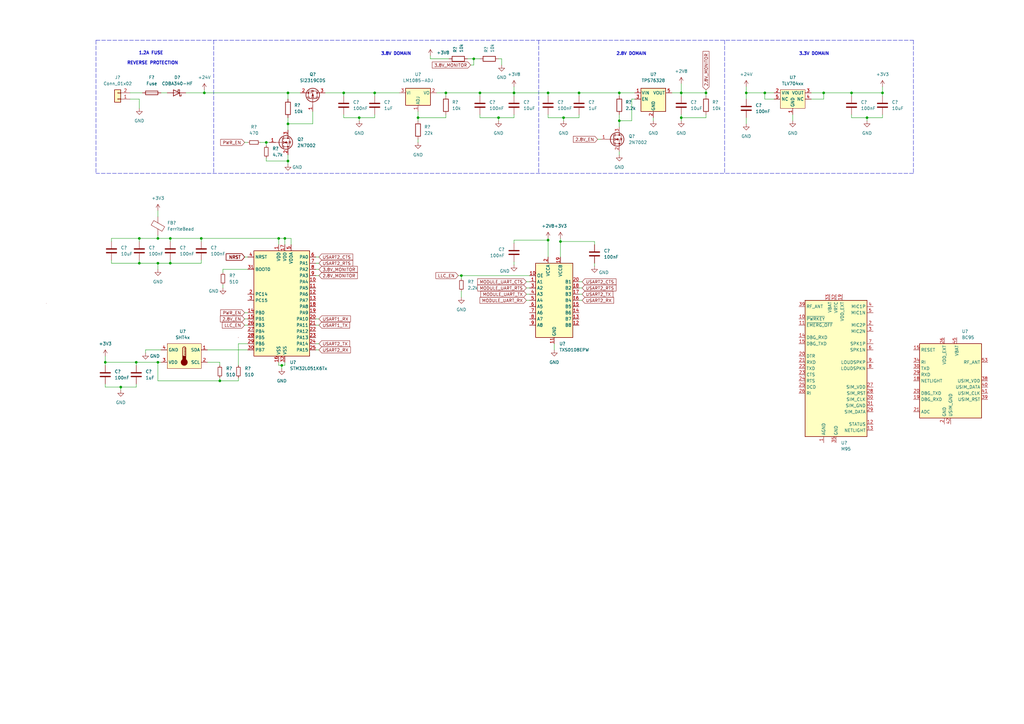
<source format=kicad_sch>
(kicad_sch (version 20211123) (generator eeschema)
  (paper "A3")
  (title_block (title "BC95_NB-IOT_MODULE") (date "2022-05-13") (rev "v1.0") (company "HASAN YUCEL COGAL"))
  (lib_symbols
    (symbol "Connector_Generic:Conn_01x02" (pin_names (offset 1.016) hide)
      (property "Reference" "J" (at 0 2.54 0))
      (property "Value" "Conn_01x02" (at 0 -5.08 0))
      (symbol "Conn_01x02_1_1"
        (pin passive line (at -5.08 0 0) (length 3.81) (name "Pin_1") (number "1"))
        (pin passive line (at -5.08 -2.54 0) (length 3.81) (name "Pin_2") (number "2"))
      )
    )
    (symbol "Device:C" (pin_numbers hide) (pin_names (offset 0.254))
      (property "Reference" "C" (at 0.635 2.54 0))
      (property "Value" "C" (at 0.635 -2.54 0))
      (symbol "C_1_1"
        (pin passive line (at 0 3.81 270) (length 2.794) (name "~") (number "1"))
        (pin passive line (at 0 -3.81 90) (length 2.794) (name "~") (number "2"))
      )
    )
    (symbol "Device:FerriteBead" (pin_numbers hide) (pin_names (offset 0))
      (property "Reference" "FB" (at -3.81 0.635 90))
      (property "Value" "FerriteBead" (at 3.81 0 90))
      (symbol "FerriteBead_1_1"
        (pin passive line (at 0 3.81 270) (length 2.54) (name "~") (number "1"))
        (pin passive line (at 0 -3.81 90) (length 2.54) (name "~") (number "2"))
      )
    )
    (symbol "Device:Fuse" (pin_numbers hide) (pin_names (offset 0))
      (property "Reference" "F" (at 2.032 0 90))
      (property "Value" "Fuse" (at -1.905 0 90))
      (symbol "Fuse_1_1"
        (pin passive line (at 0 3.81 270) (length 1.27) (name "~") (number "1"))
        (pin passive line (at 0 -3.81 90) (length 1.27) (name "~") (number "2"))
      )
    )
    (symbol "Device:R" (pin_numbers hide) (pin_names (offset 0))
      (property "Reference" "R" (at 2.032 0 90))
      (property "Value" "R" (at 0 0 90))
      (symbol "R_1_1"
        (pin passive line (at 0 3.81 270) (length 1.27) (name "~") (number "1"))
        (pin passive line (at 0 -3.81 90) (length 1.27) (name "~") (number "2"))
      )
    )
    (symbol "Device:R_Small" (pin_numbers hide) (pin_names (offset 0.254) hide)
      (property "Reference" "R" (at 0.762 0.508 0))
      (property "Value" "R_Small" (at 0.762 -1.016 0))
      (symbol "R_Small_1_1"
        (pin passive line (at 0 2.54 270) (length 0.762) (name "~") (number "1"))
        (pin passive line (at 0 -2.54 90) (length 0.762) (name "~") (number "2"))
      )
    )
    (symbol "Diode:CDBA340-HF" (pin_numbers hide) (pin_names hide)
      (property "Reference" "D" (at 0 2.54 0))
      (property "Value" "CDBA340-HF" (at 0 -2.54 0))
      (symbol "CDBA340-HF_1_1"
        (pin passive line (at -3.81 0 0) (length 2.54) (name "K") (number "1"))
        (pin passive line (at 3.81 0 180) (length 2.54) (name "A") (number "2"))
      )
    )
    (symbol "Logic_LevelTranslator:TXS0108EPW"
      (property "Reference" "U" (at -6.35 16.51 0))
      (property "Value" "TXS0108EPW" (at 3.81 16.51 0))
      (symbol "TXS0108EPW_1_1"
        (pin bidirectional line (at -10.16 7.62 0) (length 2.54) (name "A1") (number "1"))
        (pin input line (at -10.16 10.16 0) (length 2.54) (name "OE") (number "10"))
        (pin power_in line (at 0 -17.78 90) (length 2.54) (name "GND") (number "11"))
        (pin bidirectional line (at 10.16 -10.16 180) (length 2.54) (name "B8") (number "12"))
        (pin bidirectional line (at 10.16 -7.62 180) (length 2.54) (name "B7") (number "13"))
        (pin bidirectional line (at 10.16 -5.08 180) (length 2.54) (name "B6") (number "14"))
        (pin bidirectional line (at 10.16 -2.54 180) (length 2.54) (name "B5") (number "15"))
        (pin bidirectional line (at 10.16 0 180) (length 2.54) (name "B4") (number "16"))
        (pin bidirectional line (at 10.16 2.54 180) (length 2.54) (name "B3") (number "17"))
        (pin bidirectional line (at 10.16 5.08 180) (length 2.54) (name "B2") (number "18"))
        (pin power_in line (at 2.54 17.78 270) (length 2.54) (name "VCCB") (number "19"))
        (pin power_in line (at -2.54 17.78 270) (length 2.54) (name "VCCA") (number "2"))
        (pin bidirectional line (at 10.16 7.62 180) (length 2.54) (name "B1") (number "20"))
        (pin bidirectional line (at -10.16 5.08 0) (length 2.54) (name "A2") (number "3"))
        (pin bidirectional line (at -10.16 2.54 0) (length 2.54) (name "A3") (number "4"))
        (pin bidirectional line (at -10.16 0 0) (length 2.54) (name "A4") (number "5"))
        (pin bidirectional line (at -10.16 -2.54 0) (length 2.54) (name "A5") (number "6"))
        (pin bidirectional line (at -10.16 -5.08 0) (length 2.54) (name "A6") (number "7"))
        (pin bidirectional line (at -10.16 -7.62 0) (length 2.54) (name "A7") (number "8"))
        (pin bidirectional line (at -10.16 -10.16 0) (length 2.54) (name "A8") (number "9"))
      )
    )
    (symbol "MCU_ST_STM32L0:STM32L051K6Tx"
      (property "Reference" "U" (at -12.7 21.59 0))
      (property "Value" "STM32L051K6Tx" (at 5.08 21.59 0))
      (symbol "STM32L051K6Tx_1_1"
        (pin power_in line (at -2.54 22.86 270) (length 2.54) (name "VDD") (number "1"))
        (pin bidirectional line (at 12.7 7.62 180) (length 2.54) (name "PA4") (number "10"))
        (pin bidirectional line (at 12.7 5.08 180) (length 2.54) (name "PA5") (number "11"))
        (pin bidirectional line (at 12.7 2.54 180) (length 2.54) (name "PA6") (number "12"))
        (pin bidirectional line (at 12.7 0 180) (length 2.54) (name "PA7") (number "13"))
        (pin bidirectional line (at -15.24 -5.08 0) (length 2.54) (name "PB0") (number "14"))
        (pin bidirectional line (at -15.24 -7.62 0) (length 2.54) (name "PB1") (number "15"))
        (pin power_in line (at -2.54 -25.4 90) (length 2.54) (name "VSS") (number "16"))
        (pin power_in line (at 0 22.86 270) (length 2.54) (name "VDD") (number "17"))
        (pin bidirectional line (at 12.7 -2.54 180) (length 2.54) (name "PA8") (number "18"))
        (pin bidirectional line (at 12.7 -5.08 180) (length 2.54) (name "PA9") (number "19"))
        (pin bidirectional line (at -15.24 2.54 0) (length 2.54) (name "PC14") (number "2"))
        (pin bidirectional line (at 12.7 -7.62 180) (length 2.54) (name "PA10") (number "20"))
        (pin bidirectional line (at 12.7 -10.16 180) (length 2.54) (name "PA11") (number "21"))
        (pin bidirectional line (at 12.7 -12.7 180) (length 2.54) (name "PA12") (number "22"))
        (pin bidirectional line (at 12.7 -15.24 180) (length 2.54) (name "PA13") (number "23"))
        (pin bidirectional line (at 12.7 -17.78 180) (length 2.54) (name "PA14") (number "24"))
        (pin bidirectional line (at 12.7 -20.32 180) (length 2.54) (name "PA15") (number "25"))
        (pin bidirectional line (at -15.24 -10.16 0) (length 2.54) (name "PB3") (number "26"))
        (pin bidirectional line (at -15.24 -12.7 0) (length 2.54) (name "PB4") (number "27"))
        (pin bidirectional line (at -15.24 -15.24 0) (length 2.54) (name "PB5") (number "28"))
        (pin bidirectional line (at -15.24 -17.78 0) (length 2.54) (name "PB6") (number "29"))
        (pin bidirectional line (at -15.24 0 0) (length 2.54) (name "PC15") (number "3"))
        (pin bidirectional line (at -15.24 -20.32 0) (length 2.54) (name "PB7") (number "30"))
        (pin input line (at -15.24 12.7 0) (length 2.54) (name "BOOT0") (number "31"))
        (pin power_in line (at 0 -25.4 90) (length 2.54) (name "VSS") (number "32"))
        (pin input line (at -15.24 17.78 0) (length 2.54) (name "NRST") (number "4"))
        (pin power_in line (at 2.54 22.86 270) (length 2.54) (name "VDDA") (number "5"))
        (pin bidirectional line (at 12.7 17.78 180) (length 2.54) (name "PA0") (number "6"))
        (pin bidirectional line (at 12.7 15.24 180) (length 2.54) (name "PA1") (number "7"))
        (pin bidirectional line (at 12.7 12.7 180) (length 2.54) (name "PA2") (number "8"))
        (pin bidirectional line (at 12.7 10.16 180) (length 2.54) (name "PA3") (number "9"))
      )
    )
    (symbol "RF_GSM:BC95"
      (property "Reference" "U" (at -11.43 16.51 0))
      (property "Value" "BC95" (at 10.16 16.51 0))
      (symbol "BC95_1_1"
        (pin input line (at -15.24 12.7 0) (length 2.54) (name "RESET") (number "15"))
        (pin output line (at -15.24 0 0) (length 2.54) (name "NETLIGHT") (number "18"))
        (pin input line (at -15.24 -7.62 0) (length 2.54) (name "DBG_RXD") (number "19"))
        (pin power_in line (at -2.54 -17.78 90) (length 2.54) (name "GND") (number "2"))
        (pin output line (at -15.24 -5.08 0) (length 2.54) (name "DBG_TXD") (number "20"))
        (pin input line (at -15.24 -12.7 0) (length 2.54) (name "ADC") (number "21"))
        (pin power_out line (at -2.54 17.78 270) (length 2.54) (name "VDD_EXT") (number "26"))
        (pin input line (at -15.24 2.54 0) (length 2.54) (name "RXD") (number "29"))
        (pin output line (at -15.24 5.08 0) (length 2.54) (name "TXD") (number "30"))
        (pin output line (at -15.24 7.62 0) (length 2.54) (name "RI") (number "34"))
        (pin power_out line (at 15.24 0 180) (length 2.54) (name "USIM_VDD") (number "38"))
        (pin output line (at 15.24 -7.62 180) (length 2.54) (name "USIM_RST") (number "39"))
        (pin bidirectional line (at 15.24 -2.54 180) (length 2.54) (name "USIM_DATA") (number "40"))
        (pin output line (at 15.24 -5.08 180) (length 2.54) (name "USIM_CLK") (number "41"))
        (pin power_in line (at 0 -17.78 90) (length 2.54) (name "USIM_GND") (number "42"))
        (pin passive line (at -2.54 -17.78 90) (length 2.54) hide (name "GND") (number "43"))
        (pin power_in line (at 2.54 17.78 270) (length 2.54) (name "VBAT") (number "45"))
        (pin passive line (at 2.54 17.78 270) (length 2.54) hide (name "VBAT") (number "46"))
        (pin passive line (at -2.54 -17.78 90) (length 2.54) hide (name "GND") (number "47"))
        (pin passive line (at -2.54 -17.78 90) (length 2.54) hide (name "GND") (number "48"))
        (pin passive line (at -2.54 -17.78 90) (length 2.54) hide (name "GND") (number "51"))
        (pin passive line (at -2.54 -17.78 90) (length 2.54) hide (name "GND") (number "52"))
        (pin passive line (at 15.24 7.62 180) (length 2.54) (name "RF_ANT") (number "53"))
        (pin passive line (at -2.54 -17.78 90) (length 2.54) hide (name "GND") (number "54"))
        (pin passive line (at -2.54 -17.78 90) (length 2.54) hide (name "GND") (number "59"))
        (pin passive line (at -2.54 -17.78 90) (length 2.54) hide (name "GND") (number "60"))
        (pin passive line (at -2.54 -17.78 90) (length 2.54) hide (name "GND") (number "61"))
        (pin passive line (at -2.54 -17.78 90) (length 2.54) hide (name "GND") (number "62"))
        (pin passive line (at -2.54 -17.78 90) (length 2.54) hide (name "GND") (number "63"))
        (pin passive line (at -2.54 -17.78 90) (length 2.54) hide (name "GND") (number "64"))
        (pin passive line (at -2.54 -17.78 90) (length 2.54) hide (name "GND") (number "65"))
        (pin passive line (at -2.54 -17.78 90) (length 2.54) hide (name "GND") (number "66"))
        (pin passive line (at -2.54 -17.78 90) (length 2.54) hide (name "GND") (number "71"))
        (pin passive line (at -2.54 -17.78 90) (length 2.54) hide (name "GND") (number "72"))
        (pin passive line (at -2.54 -17.78 90) (length 2.54) hide (name "GND") (number "73"))
        (pin passive line (at -2.54 -17.78 90) (length 2.54) hide (name "GND") (number "74"))
        (pin passive line (at -2.54 -17.78 90) (length 2.54) hide (name "GND") (number "81"))
        (pin passive line (at -2.54 -17.78 90) (length 2.54) hide (name "GND") (number "82"))
        (pin passive line (at -2.54 -17.78 90) (length 2.54) hide (name "GND") (number "83"))
        (pin passive line (at -2.54 -17.78 90) (length 2.54) hide (name "GND") (number "92"))
        (pin passive line (at -2.54 -17.78 90) (length 2.54) hide (name "GND") (number "93"))
        (pin passive line (at -2.54 -17.78 90) (length 2.54) hide (name "GND") (number "94"))
      )
    )
    (symbol "RF_GSM:M95"
      (property "Reference" "U" (at -12.7 29.21 0))
      (property "Value" "M95" (at 12.7 29.21 0))
      (symbol "M95_1_1"
        (pin power_in line (at -5.08 -30.48 90) (length 2.54) (name "AGND") (number "1"))
        (pin input line (at -15.24 20.32 0) (length 2.54) (name "~{PWRKEY}") (number "10"))
        (pin input line (at -15.24 17.78 0) (length 2.54) (name "~{EMERG_OFF}") (number "11"))
        (pin output line (at 15.24 -22.86 180) (length 2.54) (name "STATUS") (number "12"))
        (pin output line (at 15.24 -25.4 180) (length 2.54) (name "NETLIGHT") (number "13"))
        (pin input line (at -15.24 12.7 0) (length 2.54) (name "DBG_RXD") (number "14"))
        (pin output line (at -15.24 10.16 0) (length 2.54) (name "DBG_TXD") (number "15"))
        (pin no_connect line (at -12.7 -12.7 0) (length 2.54) hide (name "RESERVED") (number "16"))
        (pin no_connect line (at -12.7 -15.24 0) (length 2.54) hide (name "RESERVED") (number "17"))
        (pin no_connect line (at -12.7 -17.78 0) (length 2.54) hide (name "RESERVED") (number "18"))
        (pin power_out line (at 2.54 30.48 270) (length 2.54) (name "VDD_EXT") (number "19"))
        (pin input line (at 15.24 17.78 180) (length 2.54) (name "MIC2P") (number "2"))
        (pin input line (at -15.24 5.08 0) (length 2.54) (name "DTR") (number "20"))
        (pin input line (at -15.24 2.54 0) (length 2.54) (name "RXD") (number "21"))
        (pin output line (at -15.24 0 0) (length 2.54) (name "TXD") (number "22"))
        (pin output line (at -15.24 -2.54 0) (length 2.54) (name "CTS") (number "23"))
        (pin input line (at -15.24 -5.08 0) (length 2.54) (name "RTS") (number "24"))
        (pin output line (at -15.24 -7.62 0) (length 2.54) (name "DCD") (number "25"))
        (pin output line (at -15.24 -10.16 0) (length 2.54) (name "RI") (number "26"))
        (pin power_out line (at 15.24 -7.62 180) (length 2.54) (name "SIM_VDD") (number "27"))
        (pin output line (at 15.24 -10.16 180) (length 2.54) (name "SIM_RST") (number "28"))
        (pin bidirectional line (at 15.24 -17.78 180) (length 2.54) (name "SIM_DATA") (number "29"))
        (pin input line (at 15.24 15.24 180) (length 2.54) (name "MIC2N") (number "3"))
        (pin output line (at 15.24 -12.7 180) (length 2.54) (name "SIM_CLK") (number "30"))
        (pin power_out line (at 15.24 -15.24 180) (length 2.54) (name "SIM_GND") (number "31"))
        (pin power_in line (at 0 30.48 270) (length 2.54) (name "VRTC") (number "32"))
        (pin power_in line (at -2.54 30.48 270) (length 2.54) (name "VBAT") (number "33"))
        (pin passive line (at -2.54 30.48 270) (length 2.54) hide (name "VBAT") (number "34"))
        (pin power_in line (at 0 -30.48 90) (length 2.54) (name "GND") (number "35"))
        (pin passive line (at 0 -30.48 90) (length 2.54) hide (name "GND") (number "36"))
        (pin passive line (at 0 -30.48 90) (length 2.54) hide (name "GND") (number "37"))
        (pin passive line (at 0 -30.48 90) (length 2.54) hide (name "GND") (number "38"))
        (pin passive line (at -15.24 25.4 0) (length 2.54) (name "RF_ANT") (number "39"))
        (pin input line (at 15.24 25.4 180) (length 2.54) (name "MIC1P") (number "4"))
        (pin passive line (at 0 -30.48 90) (length 2.54) hide (name "GND") (number "40"))
        (pin no_connect line (at -12.7 -20.32 0) (length 2.54) hide (name "RESERVED") (number "41"))
        (pin no_connect line (at -12.7 -22.86 0) (length 2.54) hide (name "RESERVED") (number "42"))
        (pin input line (at 15.24 22.86 180) (length 2.54) (name "MIC1N") (number "5"))
        (pin output line (at 15.24 7.62 180) (length 2.54) (name "SPK1N") (number "6"))
        (pin output line (at 15.24 10.16 180) (length 2.54) (name "SPK1P") (number "7"))
        (pin output line (at 15.24 0 180) (length 2.54) (name "LOUDSPKN") (number "8"))
        (pin output line (at 15.24 2.54 180) (length 2.54) (name "LOUDSPKP") (number "9"))
      )
    )
    (symbol "Regulator_Linear:LM1085-ADJ" (pin_names (offset 0.254))
      (property "Reference" "U" (at -3.81 3.175 0))
      (property "Value" "LM1085-ADJ" (at 0 3.175 0))
      (symbol "LM1085-ADJ_1_1"
        (pin input line (at 0 -7.62 90) (length 2.54) (name "ADJ") (number "1"))
        (pin power_out line (at 7.62 0 180) (length 2.54) (name "VO") (number "2"))
        (pin power_in line (at -7.62 0 0) (length 2.54) (name "VI") (number "3"))
      )
    )
    (symbol "Regulator_Linear:TPS76329" (pin_names (offset 0.254))
      (property "Reference" "U" (at -3.81 5.715 0))
      (property "Value" "TPS76329" (at 0 5.715 0))
      (symbol "TPS76329_1_1"
        (pin power_in line (at -7.62 2.54 0) (length 2.54) (name "VIN") (number "1"))
        (pin power_in line (at 0 -7.62 90) (length 2.54) (name "GND") (number "2"))
        (pin input line (at -7.62 0 0) (length 2.54) (name "EN") (number "3"))
        (pin no_connect line (at 7.62 0 180) (length 2.54) hide (name "NC") (number "4"))
        (pin power_out line (at 7.62 2.54 180) (length 2.54) (name "VOUT") (number "5"))
      )
    )
    (symbol "SHT4x:SHT4x"
      (property "Reference" "U" (at 1.27 0 0))
      (property "Value" "SHT4x" (at 1.27 0 0))
      (symbol "SHT4x_1_1"
        (pin unspecified line (at -8.89 -3.81 0) (length 2.54) (name "SDA") (number "1"))
        (pin unspecified line (at -8.89 -8.89 0) (length 2.54) (name "SCL") (number "2"))
        (pin power_out line (at 10.16 -8.89 180) (length 2.54) (name "VDD") (number "3"))
        (pin power_out line (at 10.16 -3.81 180) (length 2.54) (name "GND") (number "4"))
      )
    )
    (symbol "TLV704xxDBVR:TLV704xx"
      (property "Reference" "U" (at 0 0 0))
      (property "Value" "TLV704xx" (at 0 0 0))
      (symbol "TLV704xx_1_1"
        (pin power_in line (at 12.7 -12.7 90) (length 2.54) (name "GND") (number "1"))
        (pin power_out line (at 5.08 -3.81 0) (length 2.54) (name "VIN") (number "2"))
        (pin power_out line (at 20.32 -3.81 180) (length 2.54) (name "VOUT") (number "3"))
        (pin unspecified line (at 20.32 -6.35 180) (length 2.54) (name "NC") (number "4"))
        (pin power_out line (at 5.08 -6.35 0) (length 2.54) (name "NC") (number "5"))
      )
    )
    (symbol "Transistor_FET:2N7002" (pin_names hide)
      (property "Reference" "Q" (at 5.08 1.905 0))
      (property "Value" "2N7002" (at 5.08 0 0))
      (symbol "2N7002_1_1"
        (pin input line (at -5.08 0 0) (length 2.54) (name "G") (number "1"))
        (pin passive line (at 2.54 -5.08 90) (length 2.54) (name "S") (number "2"))
        (pin passive line (at 2.54 5.08 270) (length 2.54) (name "D") (number "3"))
      )
    )
    (symbol "Transistor_FET:Si2319CDS" (pin_names hide)
      (property "Reference" "Q" (at 5.08 1.905 0))
      (property "Value" "Si2319CDS" (at 5.08 0 0))
      (symbol "Si2319CDS_1_1"
        (pin input line (at -5.08 0 0) (length 2.54) (name "G") (number "1"))
        (pin passive line (at 2.54 -5.08 90) (length 2.54) (name "S") (number "2"))
        (pin passive line (at 2.54 5.08 270) (length 2.54) (name "D") (number "3"))
      )
    )
    (symbol "power:+24V" (power) (pin_names (offset 0))
      (property "Value" "+24V" (at 0 3.556 0))
      (symbol "+24V_1_1"
        (pin power_in line (at 0 0 90) (length 0) hide (name "+24V") (number "1"))
      )
    )
    (symbol "power:+2V8" (power) (pin_names (offset 0))
      (property "Value" "+2V8" (at 0 3.556 0))
      (symbol "+2V8_1_1"
        (pin power_in line (at 0 0 90) (length 0) hide (name "+2V8") (number "1"))
      )
    )
    (symbol "power:+3.3V" (power) (pin_names (offset 0))
      (property "Value" "+3.3V" (at 0 3.556 0))
      (symbol "+3.3V_1_1"
        (pin power_in line (at 0 0 90) (length 0) hide (name "+3V3") (number "1"))
      )
    )
    (symbol "power:+3V8" (power) (pin_names (offset 0))
      (property "Value" "+3V8" (at 0 3.556 0))
      (symbol "+3V8_1_1"
        (pin power_in line (at 0 0 90) (length 0) hide (name "+3V8") (number "1"))
      )
    )
    (symbol "power:GND" (power) (pin_names (offset 0))
      (property "Value" "GND" (at 0 -3.81 0))
      (symbol "GND_1_1"
        (pin power_in line (at 0 0 270) (length 0) hide (name "GND") (number "1"))
      )
    )
  )
  (junction (at 231.14 48.26))
  (junction (at 64.77 148.59))
  (junction (at 189.23 113.03))
  (junction (at 69.85 107.95))
  (junction (at 55.88 148.59))
  (junction (at 194.31 24.13))
  (junction (at 224.79 38.1))
  (junction (at 118.11 50.8))
  (junction (at 115.57 149.86))
  (junction (at 43.18 148.59))
  (junction (at 210.82 38.1))
  (junction (at 116.84 97.79))
  (junction (at 57.15 97.79))
  (junction (at 237.49 38.1))
  (junction (at 182.88 38.1))
  (junction (at 140.97 38.1))
  (junction (at 82.55 97.79))
  (junction (at 355.6 48.26))
  (junction (at 153.67 38.1))
  (junction (at 349.25 38.1))
  (junction (at 118.11 66.04))
  (junction (at 254 49.53))
  (junction (at 289.56 38.1))
  (junction (at 171.45 48.26))
  (junction (at 64.77 97.79))
  (junction (at 306.07 38.1))
  (junction (at 279.4 38.1))
  (junction (at 229.87 99.06))
  (junction (at 361.95 38.1))
  (junction (at 337.82 38.1))
  (junction (at 49.53 158.75))
  (junction (at 254 38.1))
  (junction (at 147.32 48.26))
  (junction (at 204.47 48.26))
  (junction (at 114.3 97.79))
  (junction (at 118.11 38.1))
  (junction (at 224.79 98.4842))
  (junction (at 313.69 38.1))
  (junction (at 64.77 107.95))
  (junction (at 196.85 38.1))
  (junction (at 90.17 156.21))
  (junction (at 279.4 48.26))
  (junction (at 109.22 58.42))
  (junction (at 83.82 38.1))
  (junction (at 57.15 107.95))
  (junction (at 69.85 97.79))
  (wire (pts (xy 210.82 48.26) (xy 210.82 46.99)))
  (wire (pts (xy 217.17 123.19) (xy 215.9 123.19)))
  (polyline (pts (xy 39.37 16.51) (xy 374.65 16.51)))
  (wire (pts (xy 147.32 48.26) (xy 153.67 48.26)))
  (wire (pts (xy 182.88 38.1) (xy 182.88 39.37)))
  (wire (pts (xy 85.09 148.59) (xy 90.17 148.59)))
  (wire (pts (xy 76.2 38.1) (xy 83.82 38.1)))
  (wire (pts (xy 189.23 113.03) (xy 217.17 113.03)))
  (wire (pts (xy 325.12 46.99) (xy 325.12 49.53)))
  (wire (pts (xy 129.54 107.95) (xy 130.81 107.95)))
  (wire (pts (xy 82.55 107.95) (xy 82.55 106.68)))
  (wire (pts (xy 259.08 40.64) (xy 260.35 40.64)))
  (wire (pts (xy 85.09 143.51) (xy 101.6 143.51)))
  (wire (pts (xy 237.49 48.26) (xy 237.49 46.99)))
  (wire (pts (xy 64.77 97.79) (xy 69.85 97.79)))
  (wire (pts (xy 171.45 48.26) (xy 171.45 49.53)))
  (wire (pts (xy 114.3 97.79) (xy 114.3 100.33)))
  (wire (pts (xy 55.88 148.59) (xy 64.77 148.59)))
  (wire (pts (xy 189.23 114.3) (xy 189.23 113.03)))
  (wire (pts (xy 114.3 97.79) (xy 116.84 97.79)))
  (wire (pts (xy 57.15 106.68) (xy 57.15 107.95)))
  (wire (pts (xy 254 38.1) (xy 260.35 38.1)))
  (wire (pts (xy 116.84 149.86) (xy 116.84 148.59)))
  (wire (pts (xy 227.33 140.97) (xy 227.33 143.51)))
  (wire (pts (xy 210.82 39.37) (xy 210.82 38.1)))
  (wire (pts (xy 100.33 58.42) (xy 101.6 58.42)))
  (wire (pts (xy 355.6 48.26) (xy 361.95 48.26)))
  (wire (pts (xy 69.85 107.95) (xy 82.55 107.95)))
  (wire (pts (xy 279.4 38.1) (xy 279.4 39.37)))
  (wire (pts (xy 109.22 59.69) (xy 109.22 58.42)))
  (wire (pts (xy 97.79 154.94) (xy 97.79 156.21)))
  (wire (pts (xy 69.85 106.68) (xy 69.85 107.95)))
  (wire (pts (xy 313.69 38.1) (xy 317.5 38.1)))
  (wire (pts (xy 45.72 107.95) (xy 57.15 107.95)))
  (wire (pts (xy 205.74 24.13) (xy 204.47 24.13)))
  (wire (pts (xy 337.82 38.1) (xy 349.25 38.1)))
  (wire (pts (xy 53.34 38.1) (xy 58.42 38.1)))
  (wire (pts (xy 153.67 38.1) (xy 163.83 38.1)))
  (wire (pts (xy 118.11 50.8) (xy 128.27 50.8)))
  (wire (pts (xy 45.72 97.79) (xy 45.72 99.06)))
  (wire (pts (xy 119.38 100.33) (xy 119.38 97.79)))
  (wire (pts (xy 45.72 106.68) (xy 45.72 107.95)))
  (wire (pts (xy 187.96 113.03) (xy 189.23 113.03)))
  (wire (pts (xy 224.79 38.1) (xy 237.49 38.1)))
  (wire (pts (xy 171.45 57.15) (xy 171.45 58.42)))
  (wire (pts (xy 57.15 40.64) (xy 53.34 40.64)))
  (wire (pts (xy 133.35 38.1) (xy 140.97 38.1)))
  (wire (pts (xy 90.17 148.59) (xy 90.17 149.86)))
  (wire (pts (xy 43.18 148.59) (xy 43.18 149.86)))
  (wire (pts (xy 129.54 133.35) (xy 130.81 133.35)))
  (wire (pts (xy 289.56 38.1) (xy 279.4 38.1)))
  (wire (pts (xy 90.17 156.21) (xy 64.77 156.21)))
  (wire (pts (xy 153.67 38.1) (xy 153.67 39.37)))
  (wire (pts (xy 83.82 36.83) (xy 83.82 38.1)))
  (wire (pts (xy 224.79 98.4842) (xy 210.82 98.4842)))
  (wire (pts (xy 217.17 120.65) (xy 215.9 120.65)))
  (wire (pts (xy 100.33 105.41) (xy 101.6 105.41)))
  (wire (pts (xy 114.3 149.86) (xy 114.3 148.59)))
  (wire (pts (xy 91.44 110.49) (xy 91.44 111.76)))
  (wire (pts (xy 361.95 46.99) (xy 361.95 48.26)))
  (wire (pts (xy 245.11 57.15) (xy 246.38 57.15)))
  (wire (pts (xy 361.95 39.37) (xy 361.95 38.1)))
  (wire (pts (xy 217.17 115.57) (xy 215.9 115.57)))
  (wire (pts (xy 59.69 144.78) (xy 59.69 143.51)))
  (wire (pts (xy 82.55 97.79) (xy 82.55 99.06)))
  (wire (pts (xy 43.18 158.75) (xy 43.18 157.48)))
  (wire (pts (xy 231.14 48.26) (xy 237.49 48.26)))
  (wire (pts (xy 118.11 48.26) (xy 118.11 50.8)))
  (wire (pts (xy 349.25 46.99) (xy 349.25 48.26)))
  (wire (pts (xy 332.74 40.64) (xy 337.82 40.64)))
  (polyline (pts (xy 374.65 16.51) (xy 374.65 71.12)))
  (wire (pts (xy 194.31 24.13) (xy 196.85 24.13)))
  (wire (pts (xy 237.49 39.37) (xy 237.49 38.1)))
  (wire (pts (xy 100.33 128.27) (xy 101.6 128.27)))
  (wire (pts (xy 129.54 140.97) (xy 130.81 140.97)))
  (wire (pts (xy 118.11 38.1) (xy 118.11 40.64)))
  (wire (pts (xy 237.49 115.57) (xy 238.76 115.57)))
  (wire (pts (xy 229.87 99.06) (xy 229.87 105.41)))
  (wire (pts (xy 83.82 38.1) (xy 118.11 38.1)))
  (wire (pts (xy 267.97 48.26) (xy 267.97 49.53)))
  (wire (pts (xy 147.32 49.53) (xy 147.32 48.26)))
  (wire (pts (xy 217.17 118.11) (xy 215.9 118.11)))
  (wire (pts (xy 115.57 151.13) (xy 115.57 149.86)))
  (wire (pts (xy 361.95 35.56) (xy 361.95 38.1)))
  (wire (pts (xy 128.27 50.8) (xy 128.27 45.72)))
  (wire (pts (xy 243.84 107.95) (xy 243.84 109.22)))
  (wire (pts (xy 193.04 26.67) (xy 194.31 26.67)))
  (wire (pts (xy 115.57 149.86) (xy 116.84 149.86)))
  (wire (pts (xy 229.87 99.06) (xy 243.84 99.06)))
  (wire (pts (xy 140.97 38.1) (xy 153.67 38.1)))
  (wire (pts (xy 189.23 119.38) (xy 189.23 121.92)))
  (wire (pts (xy 66.04 38.1) (xy 68.58 38.1)))
  (wire (pts (xy 237.49 118.11) (xy 238.76 118.11)))
  (wire (pts (xy 59.69 143.51) (xy 66.04 143.51)))
  (wire (pts (xy 289.56 36.83) (xy 289.56 38.1)))
  (wire (pts (xy 349.25 39.37) (xy 349.25 38.1)))
  (wire (pts (xy 279.4 34.29) (xy 279.4 38.1)))
  (wire (pts (xy 109.22 66.04) (xy 118.11 66.04)))
  (polyline (pts (xy 220.98 16.51) (xy 220.98 71.12)))
  (wire (pts (xy 43.18 146.05) (xy 43.18 148.59)))
  (wire (pts (xy 306.07 40.64) (xy 306.07 38.1)))
  (polyline (pts (xy 297.18 16.51) (xy 297.18 71.12)))
  (polyline (pts (xy 39.37 16.51) (xy 39.37 71.12)))
  (wire (pts (xy 97.79 140.97) (xy 97.79 149.86)))
  (wire (pts (xy 106.68 58.42) (xy 109.22 58.42)))
  (wire (pts (xy 176.53 22.86) (xy 176.53 24.13)))
  (wire (pts (xy 210.82 35.56) (xy 210.82 38.1)))
  (wire (pts (xy 224.79 48.26) (xy 224.79 46.99)))
  (wire (pts (xy 210.82 38.1) (xy 196.85 38.1)))
  (wire (pts (xy 194.31 24.13) (xy 194.31 26.67)))
  (wire (pts (xy 210.82 107.3742) (xy 210.82 108.6442)))
  (wire (pts (xy 254 38.1) (xy 254 39.37)))
  (wire (pts (xy 355.6 48.26) (xy 355.6 49.53)))
  (wire (pts (xy 279.4 46.99) (xy 279.4 48.26)))
  (wire (pts (xy 196.85 48.26) (xy 196.85 46.99)))
  (wire (pts (xy 100.33 130.81) (xy 101.6 130.81)))
  (wire (pts (xy 119.38 97.79) (xy 116.84 97.79)))
  (wire (pts (xy 64.77 156.21) (xy 64.77 148.59)))
  (polyline (pts (xy 374.65 71.12) (xy 39.37 71.12)))
  (wire (pts (xy 224.79 98.4842) (xy 224.79 105.41)))
  (wire (pts (xy 237.49 123.19) (xy 238.76 123.19)))
  (wire (pts (xy 90.17 156.21) (xy 97.79 156.21)))
  (wire (pts (xy 210.82 99.7542) (xy 210.82 98.4842)))
  (wire (pts (xy 204.47 49.53) (xy 204.47 48.26)))
  (wire (pts (xy 49.53 160.02) (xy 49.53 158.75)))
  (wire (pts (xy 224.79 97.79) (xy 224.79 98.4842)))
  (wire (pts (xy 179.07 38.1) (xy 182.88 38.1)))
  (wire (pts (xy 69.85 97.79) (xy 69.85 99.06)))
  (wire (pts (xy 254 49.53) (xy 259.08 49.53)))
  (wire (pts (xy 254 52.07) (xy 254 49.53)))
  (wire (pts (xy 313.69 40.64) (xy 317.5 40.64)))
  (wire (pts (xy 332.74 38.1) (xy 337.82 38.1)))
  (wire (pts (xy 129.54 113.03) (xy 130.81 113.03)))
  (wire (pts (xy 306.07 35.56) (xy 306.07 38.1)))
  (wire (pts (xy 118.11 63.5) (xy 118.11 66.04)))
  (wire (pts (xy 171.45 45.72) (xy 171.45 48.26)))
  (wire (pts (xy 204.47 48.26) (xy 210.82 48.26)))
  (wire (pts (xy 289.56 46.99) (xy 289.56 48.26)))
  (wire (pts (xy 91.44 116.84) (xy 91.44 118.11)))
  (polyline (pts (xy 87.63 16.51) (xy 87.63 71.12)))
  (wire (pts (xy 182.88 38.1) (xy 196.85 38.1)))
  (wire (pts (xy 82.55 97.79) (xy 114.3 97.79)))
  (wire (pts (xy 64.77 96.52) (xy 64.77 97.79)))
  (wire (pts (xy 243.84 100.33) (xy 243.84 99.06)))
  (wire (pts (xy 182.88 46.99) (xy 182.88 48.26)))
  (wire (pts (xy 129.54 110.49) (xy 130.81 110.49)))
  (wire (pts (xy 259.08 49.53) (xy 259.08 40.64)))
  (wire (pts (xy 231.14 48.26) (xy 224.79 48.26)))
  (wire (pts (xy 237.49 38.1) (xy 254 38.1)))
  (wire (pts (xy 90.17 154.94) (xy 90.17 156.21)))
  (wire (pts (xy 57.15 97.79) (xy 45.72 97.79)))
  (wire (pts (xy 118.11 50.8) (xy 118.11 53.34)))
  (wire (pts (xy 140.97 38.1) (xy 140.97 39.37)))
  (wire (pts (xy 306.07 48.26) (xy 306.07 50.8)))
  (wire (pts (xy 49.53 158.75) (xy 55.88 158.75)))
  (wire (pts (xy 118.11 66.04) (xy 118.11 67.31)))
  (wire (pts (xy 118.11 38.1) (xy 123.19 38.1)))
  (wire (pts (xy 57.15 97.79) (xy 57.15 99.06)))
  (wire (pts (xy 101.6 110.49) (xy 91.44 110.49)))
  (wire (pts (xy 49.53 158.75) (xy 43.18 158.75)))
  (wire (pts (xy 115.57 149.86) (xy 114.3 149.86)))
  (wire (pts (xy 171.45 48.26) (xy 182.88 48.26)))
  (wire (pts (xy 55.88 149.86) (xy 55.88 148.59)))
  (wire (pts (xy 57.15 44.45) (xy 57.15 40.64)))
  (wire (pts (xy 337.82 38.1) (xy 337.82 40.64)))
  (wire (pts (xy 109.22 64.77) (xy 109.22 66.04)))
  (wire (pts (xy 101.6 140.97) (xy 97.79 140.97)))
  (wire (pts (xy 129.54 130.81) (xy 130.81 130.81)))
  (wire (pts (xy 140.97 48.26) (xy 140.97 46.99)))
  (wire (pts (xy 254 46.99) (xy 254 49.53)))
  (wire (pts (xy 64.77 86.36) (xy 64.77 88.9)))
  (wire (pts (xy 254 62.23) (xy 254 63.5)))
  (wire (pts (xy 279.4 48.26) (xy 279.4 49.53)))
  (wire (pts (xy 205.74 26.67) (xy 205.74 24.13)))
  (wire (pts (xy 361.95 38.1) (xy 349.25 38.1)))
  (wire (pts (xy 176.53 24.13) (xy 184.15 24.13)))
  (wire (pts (xy 306.07 38.1) (xy 313.69 38.1)))
  (wire (pts (xy 64.77 97.79) (xy 57.15 97.79)))
  (wire (pts (xy 64.77 148.59) (xy 66.04 148.59)))
  (wire (pts (xy 279.4 38.1) (xy 275.59 38.1)))
  (wire (pts (xy 100.33 133.35) (xy 101.6 133.35)))
  (wire (pts (xy 279.4 48.26) (xy 289.56 48.26)))
  (wire (pts (xy 313.69 40.64) (xy 313.69 38.1)))
  (wire (pts (xy 204.47 48.26) (xy 196.85 48.26)))
  (wire (pts (xy 64.77 107.95) (xy 69.85 107.95)))
  (wire (pts (xy 224.79 39.37) (xy 224.79 38.1)))
  (wire (pts (xy 194.31 24.13) (xy 191.77 24.13)))
  (wire (pts (xy 229.87 97.79) (xy 229.87 99.06)))
  (wire (pts (xy 64.77 107.95) (xy 64.77 110.49)))
  (wire (pts (xy 69.85 97.79) (xy 82.55 97.79)))
  (wire (pts (xy 196.85 39.37) (xy 196.85 38.1)))
  (wire (pts (xy 129.54 105.41) (xy 130.81 105.41)))
  (wire (pts (xy 129.54 143.51) (xy 130.81 143.51)))
  (wire (pts (xy 116.84 100.33) (xy 116.84 97.79)))
  (wire (pts (xy 289.56 39.37) (xy 289.56 38.1)))
  (wire (pts (xy 210.82 38.1) (xy 224.79 38.1)))
  (wire (pts (xy 349.25 48.26) (xy 355.6 48.26)))
  (wire (pts (xy 109.22 58.42) (xy 110.49 58.42)))
  (wire (pts (xy 55.88 158.75) (xy 55.88 157.48)))
  (wire (pts (xy 55.88 148.59) (xy 43.18 148.59)))
  (wire (pts (xy 147.32 48.26) (xy 140.97 48.26)))
  (wire (pts (xy 237.49 120.65) (xy 238.76 120.65)))
  (wire (pts (xy 153.67 48.26) (xy 153.67 46.99)))
  (wire (pts (xy 57.15 107.95) (xy 64.77 107.95)))
  (wire (pts (xy 231.14 49.53) (xy 231.14 48.26)))
  (text "2.8V DOMAIN\n" (at 252.73 22.86 0) (effects (font (size 1.27 1.27) bold) (justify left bottom)))
  (text "3.3V DOMAIN\n" (at 327.66 22.86 0) (effects (font (size 1.27 1.27) bold) (justify left bottom)))
  (text "	1.2A FUSE\n\nREVERSE PROTECTION" (at 52.07 26.67 0) (effects (font (size 1.27 1.27) (thickness 0.254) bold) (justify left bottom)))
  (text "3.8V DOMAIN\n" (at 156.21 22.86 0) (effects (font (size 1.27 1.27) bold) (justify left bottom)))
  (global_label "2.8V_EN" (shape input) (at 100.33 130.81 180) (property "Intersheet References" "${INTERSHEET_REFS}" (effects hide)))
  (global_label "PWR_EN" (shape input) (at 100.33 58.42 180) (property "Intersheet References" "${INTERSHEET_REFS}" (effects hide)))
  (global_label "USART2_TX" (shape input) (at 238.76 120.65 0) (property "Intersheet References" "${INTERSHEET_REFS}" (effects hide)))
  (global_label "3.8V_MONITOR" (shape input) (at 130.81 110.49 0) (property "Intersheet References" "${INTERSHEET_REFS}" (effects hide)))
  (global_label "USART2_CTS" (shape input) (at 238.76 115.57 0) (property "Intersheet References" "${INTERSHEET_REFS}" (effects hide)))
  (global_label "PWR_EN" (shape input) (at 100.33 128.27 180) (property "Intersheet References" "${INTERSHEET_REFS}" (effects hide)))
  (global_label "USART1_TX" (shape input) (at 130.81 133.35 0) (property "Intersheet References" "${INTERSHEET_REFS}" (effects hide)))
  (global_label "3.8V_MONITOR" (shape input) (at 193.04 26.67 180) (property "Intersheet References" "${INTERSHEET_REFS}" (effects hide)))
  (global_label "USART2_CTS" (shape input) (at 130.81 105.41 0) (property "Intersheet References" "${INTERSHEET_REFS}" (effects hide)))
  (global_label "USART2_RX" (shape input) (at 130.81 143.51 0) (property "Intersheet References" "${INTERSHEET_REFS}" (effects hide)))
  (global_label "USART2_TX" (shape input) (at 130.81 140.97 0) (property "Intersheet References" "${INTERSHEET_REFS}" (effects hide)))
  (global_label "MODULE_UART_TX" (shape input) (at 215.9 120.65 180) (property "Intersheet References" "${INTERSHEET_REFS}" (effects hide)))
  (global_label "MODULE_UART_RTS" (shape input) (at 215.9 118.11 180) (property "Intersheet References" "${INTERSHEET_REFS}" (effects hide)))
  (global_label "MODULE_UART_CTS" (shape input) (at 215.9 115.57 180) (property "Intersheet References" "${INTERSHEET_REFS}" (effects hide)))
  (global_label "2.8V_MONITOR" (shape input) (at 289.56 36.83 90) (property "Intersheet References" "${INTERSHEET_REFS}" (effects hide)))
  (global_label "MODULE_UART_RX" (shape input) (at 215.9 123.19 180) (property "Intersheet References" "${INTERSHEET_REFS}" (effects hide)))
  (global_label "USART1_RX" (shape input) (at 130.81 130.81 0) (property "Intersheet References" "${INTERSHEET_REFS}" (effects hide)))
  (global_label "USART2_RX" (shape input) (at 238.76 123.19 0) (property "Intersheet References" "${INTERSHEET_REFS}" (effects hide)))
  (global_label "USART2_RTS" (shape input) (at 130.81 107.95 0) (property "Intersheet References" "${INTERSHEET_REFS}" (effects hide)))
  (global_label "2.8V_MONITOR" (shape input) (at 130.81 113.03 0) (property "Intersheet References" "${INTERSHEET_REFS}" (effects hide)))
  (global_label "2.8V_EN" (shape input) (at 245.11 57.15 180) (property "Intersheet References" "${INTERSHEET_REFS}" (effects hide)))
  (global_label "LLC_EN" (shape input) (at 100.33 133.35 180) (property "Intersheet References" "${INTERSHEET_REFS}" (effects hide)))
  (global_label "LLC_EN" (shape input) (at 187.96 113.03 180) (property "Intersheet References" "${INTERSHEET_REFS}" (effects hide)))
  (global_label "NRST" (shape input) (at 100.33 105.41 180) (effects (font (thickness 0.254) bold)) (property "Intersheet References" "${INTERSHEET_REFS}" (effects hide)))
  (global_label "USART2_RTS" (shape input) (at 238.76 118.11 0) (property "Intersheet References" "${INTERSHEET_REFS}" (effects hide)))
  (symbol (lib_id "Connector_Generic:Conn_01x02") (at 48.26 40.64 180) (unit 1)
    (property "Reference" "J?" (at 48.26 31.75 0))
    (property "Value" "Conn_01x02" (at 48.26 34.29 0))
  )
  (symbol (lib_id "power:GND") (at 231.14 49.53 0) (unit 1)
    (property "Reference" "#PWR?" (effects hide))
    (property "Value" "GND" (at 231.14 54.61 0))
  )
  (symbol (lib_id "Device:C") (at 140.97 43.18 0) (unit 1)
    (property "Reference" "C?" (at 144.78 41.9099 0) (effects (justify left)))
    (property "Value" "100nF" (at 144.78 44.4499 0) (effects (justify left)))
    (property "Footprint" "Capacitor_SMD:C_0603_1608Metric" (effects hide))
  )
  (symbol (lib_id "power:GND") (at 189.23 121.92 0) (unit 1)
    (property "Reference" "#PWR?" (effects hide))
    (property "Value" "GND" (at 189.23 127 0))
  )
  (symbol (lib_id "Device:C") (at 82.55 102.87 0) (unit 1)
    (property "Reference" "C?" (at 86.36 101.5999 0) (effects (justify left)))
    (property "Value" "100nF" (at 86.36 104.1399 0) (effects (justify left)))
    (property "Footprint" "Capacitor_SMD:C_0603_1608Metric" (effects hide))
  )
  (symbol (lib_id "Device:C") (at 224.79 43.18 0) (unit 1)
    (property "Reference" "C?" (at 228.6 41.9099 0) (effects (justify left)))
    (property "Value" "100nF" (at 228.6 44.4499 0) (effects (justify left)))
    (property "Footprint" "Capacitor_SMD:C_0603_1608Metric" (effects hide))
  )
  (symbol (lib_id "Device:R") (at 171.45 53.34 0) (unit 1)
    (property "Reference" "R?" (at 173.99 52.0699 0) (effects (justify left)))
    (property "Value" "22k" (at 173.99 54.6099 0) (effects (justify left)))
    (property "Footprint" "Resistor_SMD:R_0603_1608Metric" (effects hide))
  )
  (symbol (lib_id "power:GND") (at 171.45 58.42 0) (unit 1)
    (property "Reference" "#PWR?" (effects hide))
    (property "Value" "GND" (at 171.45 63.5 0))
  )
  (symbol (lib_id "SHT4x:SHT4x") (at 76.2 139.7 0) (mirror y) (unit 1)
    (property "Reference" "U?" (at 74.93 135.89 0))
    (property "Value" "SHT4x" (at 74.93 138.43 0))
    (property "Footprint" "SHT4x:SHT4X" (effects hide))
    (property "Datasheet" "https://www.empastore.com/sht40-nem-sensoru" (effects hide))
  )
  (symbol (lib_id "power:GND") (at 210.82 108.6442 0) (mirror y) (unit 1)
    (property "Reference" "#PWR?" (effects hide))
    (property "Value" "GND" (at 207.01 111.1842 0))
  )
  (symbol (lib_id "power:GND") (at 243.84 109.22 0) (unit 1)
    (property "Reference" "#PWR?" (effects hide))
    (property "Value" "GND" (at 247.65 111.76 0))
  )
  (symbol (lib_id "Device:R_Small") (at 189.23 116.84 0) (unit 1)
    (property "Reference" "R?" (at 191.77 115.5699 0) (effects (justify left)))
    (property "Value" "2.2k" (at 191.77 118.1099 0) (effects (justify left)))
    (property "Footprint" "Resistor_SMD:R_0603_1608Metric" (effects hide))
  )
  (symbol (lib_id "Device:C") (at 237.49 43.18 0) (unit 1)
    (property "Reference" "C?" (at 241.3 41.9099 0) (effects (justify left)))
    (property "Value" "1uF" (at 241.3 44.4499 0) (effects (justify left)))
    (property "Footprint" "Capacitor_SMD:C_0603_1608Metric" (effects hide))
  )
  (symbol (lib_id "Device:C") (at 196.85 43.18 0) (unit 1)
    (property "Reference" "C?" (at 200.66 41.9099 0) (effects (justify left)))
    (property "Value" "100nF" (at 200.66 44.4499 0) (effects (justify left)))
    (property "Footprint" "Capacitor_SMD:C_0603_1608Metric" (effects hide))
  )
  (symbol (lib_id "power:GND") (at 254 63.5 0) (unit 1)
    (property "Reference" "#PWR?" (effects hide))
    (property "Value" "GND" (at 254 68.58 0))
  )
  (symbol (lib_id "power:GND") (at 147.32 49.53 0) (unit 1)
    (property "Reference" "#PWR?" (effects hide))
    (property "Value" "GND" (at 147.32 54.61 0))
  )
  (symbol (lib_id "power:+2V8") (at 279.4 34.29 0) (unit 1)
    (property "Reference" "#PWR?" (effects hide))
    (property "Value" "+2V8" (at 279.4 29.21 0))
  )
  (symbol (lib_id "Device:C") (at 45.72 102.87 0) (unit 1)
    (property "Reference" "C?" (at 49.53 101.5999 0) (effects (justify left)))
    (property "Value" "10uF" (at 49.53 104.1399 0) (effects (justify left)))
    (property "Footprint" "Capacitor_Tantalum_SMD:CP_EIA-3528-21_Kemet-B" (effects hide))
    (property "Datasheet" "https://ozdisan.com/passive-components/capacitors/tantalum-capacitors/T491B106K016AT" (effects hide))
  )
  (symbol (lib_id "Device:C") (at 210.82 103.5642 0) (mirror y) (unit 1)
    (property "Reference" "C?" (at 207.01 102.2941 0) (effects (justify left)))
    (property "Value" "100nF" (at 207.01 104.8341 0) (effects (justify left)))
    (property "Footprint" "Capacitor_SMD:C_0603_1608Metric" (effects hide))
  )
  (symbol (lib_id "Regulator_Linear:TPS76329") (at 267.97 40.64 0) (unit 1)
    (property "Reference" "U?" (at 267.97 30.48 0))
    (property "Value" "TPS76328" (at 267.97 33.02 0))
    (property "Footprint" "Package_TO_SOT_SMD:SOT-23-5" (effects hide))
    (property "Datasheet" "https://ozdisan.com/integrated-circuits-ics/power-management-ics/linear-voltage-regulators/TPS76328DBVT" (effects hide))
  )
  (symbol (lib_id "power:GND") (at 49.53 160.02 0) (unit 1)
    (property "Reference" "#PWR?" (effects hide))
    (property "Value" "GND" (at 49.53 165.1 0))
  )
  (symbol (lib_id "power:+2V8") (at 224.79 97.79 0) (unit 1)
    (property "Reference" "#PWR?" (effects hide))
    (property "Value" "+2V8" (at 224.79 92.71 0))
  )
  (symbol (lib_id "Device:Fuse") (at 62.23 38.1 90) (unit 1)
    (property "Reference" "F?" (at 62.23 31.75 90))
    (property "Value" "Fuse" (at 62.23 34.29 90))
    (property "Footprint" "Fuse:Fuse_1206_3216Metric" (effects hide))
  )
  (symbol (lib_id "Device:C") (at 279.4 43.18 0) (unit 1)
    (property "Reference" "C?" (at 283.21 41.9099 0) (effects (justify left)))
    (property "Value" "10uF" (at 283.21 44.4499 0) (effects (justify left)))
    (property "Footprint" "Capacitor_Tantalum_SMD:CP_EIA-3528-21_Kemet-B" (effects hide))
    (property "Datasheet" "https://ozdisan.com/passive-components/capacitors/tantalum-capacitors/T491B106K016AT" (effects hide))
  )
  (symbol (lib_id "power:+24V") (at 306.07 35.56 0) (unit 1)
    (property "Reference" "#PWR?" (effects hide))
    (property "Value" "+24V" (at 306.07 30.48 0))
  )
  (symbol (lib_id "Device:C") (at 349.25 43.18 0) (unit 1)
    (property "Reference" "C?" (at 353.06 41.9099 0) (effects (justify left)))
    (property "Value" "100nF" (at 353.06 44.4499 0) (effects (justify left)))
    (property "Footprint" "Capacitor_SMD:C_0603_1608Metric" (effects hide))
  )
  (symbol (lib_id "Device:R_Small") (at 104.14 58.42 90) (unit 1)
    (property "Reference" "R?" (at 104.14 52.07 90))
    (property "Value" "470" (at 104.14 54.61 90))
    (property "Footprint" "Resistor_SMD:R_0603_1608Metric" (effects hide))
  )
  (symbol (lib_id "Device:C") (at 361.95 43.18 0) (unit 1)
    (property "Reference" "C?" (at 365.76 41.9099 0) (effects (justify left)))
    (property "Value" "10uF" (at 365.76 44.4499 0) (effects (justify left)))
    (property "Footprint" "Capacitor_Tantalum_SMD:CP_EIA-3528-21_Kemet-B" (effects hide))
    (property "Datasheet" "https://ozdisan.com/passive-components/capacitors/tantalum-capacitors/T491B106K016AT" (effects hide))
  )
  (symbol (lib_id "RF_GSM:M95") (at 342.9 151.13 0) (unit 1)
    (property "Reference" "U?" (at 344.9194 181.61 0) (effects (justify left)))
    (property "Value" "M95" (at 344.9194 184.15 0) (effects (justify left)))
    (property "Footprint" "RF_GSM:Quectel_M95" (effects hide))
    (property "Datasheet" "https://www.quectel.com/UploadImage/Downlad/M95_Hardware_Design_V1.3.pdf" (effects hide))
  )
  (symbol (lib_id "Transistor_FET:Si2319CDS") (at 128.27 40.64 270) (mirror x) (unit 1)
    (property "Reference" "Q?" (at 128.27 30.48 90))
    (property "Value" "Si2319CDS" (at 128.27 33.02 90))
    (property "Footprint" "Package_TO_SOT_SMD:SOT-23" (effects hide))
    (property "Datasheet" "http://www.vishay.com/docs/66709/si2319cd.pdf" (effects hide))
  )
  (symbol (lib_id "Transistor_FET:2N7002") (at 251.46 57.15 0) (unit 1)
    (property "Reference" "Q?" (at 257.81 55.8799 0) (effects (justify left)))
    (property "Value" "2N7002" (at 257.81 58.4199 0) (effects (justify left)))
    (property "Footprint" "Package_TO_SOT_SMD:SOT-23" (effects hide))
    (property "Datasheet" "https://www.onsemi.com/pub/Collateral/NDS7002A-D.PDF" (effects hide))
  )
  (symbol (lib_id "power:GND") (at 204.47 49.53 0) (unit 1)
    (property "Reference" "#PWR?" (effects hide))
    (property "Value" "GND" (at 204.47 54.61 0))
  )
  (symbol (lib_id "Device:C") (at 153.67 43.18 0) (unit 1)
    (property "Reference" "C?" (at 157.48 41.9099 0) (effects (justify left)))
    (property "Value" "1uF" (at 157.48 44.4499 0) (effects (justify left)))
    (property "Footprint" "Capacitor_SMD:C_0603_1608Metric" (effects hide))
  )
  (symbol (lib_id "Transistor_FET:2N7002") (at 115.57 58.42 0) (unit 1)
    (property "Reference" "Q?" (at 121.92 57.1499 0) (effects (justify left)))
    (property "Value" "2N7002" (at 121.92 59.6899 0) (effects (justify left)))
    (property "Footprint" "Package_TO_SOT_SMD:SOT-23" (effects hide))
    (property "Datasheet" "https://www.onsemi.com/pub/Collateral/NDS7002A-D.PDF" (effects hide))
  )
  (symbol (lib_id "power:GND") (at 227.33 143.51 0) (unit 1)
    (property "Reference" "#PWR?" (effects hide))
    (property "Value" "GND" (at 227.33 148.59 0))
  )
  (symbol (lib_id "power:+3.3V") (at 229.87 97.79 0) (unit 1)
    (property "Reference" "#PWR?" (effects hide))
    (property "Value" "+3.3V" (at 229.87 92.71 0))
  )
  (symbol (lib_id "Device:R") (at 200.66 24.13 90) (unit 1)
    (property "Reference" "R?" (at 199.3899 21.59 0) (effects (justify left)))
    (property "Value" "10k" (at 201.9299 21.59 0) (effects (justify left)))
    (property "Footprint" "Resistor_SMD:R_0603_1608Metric" (effects hide))
  )
  (symbol (lib_id "power:+3.3V") (at 361.95 35.56 0) (unit 1)
    (property "Reference" "#PWR?" (effects hide))
    (property "Value" "+3.3V" (at 361.95 30.48 0))
  )
  (symbol (lib_id "RF_GSM:BC95") (at 389.89 156.21 0) (unit 1)
    (property "Reference" "U?" (at 394.4494 135.89 0) (effects (justify left)))
    (property "Value" "BC95" (at 394.4494 138.43 0) (effects (justify left)))
    (property "Footprint" "RF_GSM:Quectel_BC95" (effects hide))
    (property "Datasheet" "https://www.quectel.com/UploadImage/Downlad/Quectel_BC95_Hardware_Design_V1.3.pdf" (effects hide))
  )
  (symbol (lib_id "Device:R_Small") (at 91.44 114.3 180) (unit 1)
    (property "Reference" "R?" (at 93.98 113.0299 0) (effects (justify right)))
    (property "Value" "510" (at 93.98 115.5699 0) (effects (justify right)))
    (property "Footprint" "Resistor_SMD:R_0603_1608Metric" (effects hide))
  )
  (symbol (lib_id "Device:R_Small") (at 109.22 62.23 0) (unit 1)
    (property "Reference" "R?" (at 111.76 60.9599 0) (effects (justify left)))
    (property "Value" "4.7k" (at 111.76 63.4999 0) (effects (justify left)))
    (property "Footprint" "Resistor_SMD:R_0603_1608Metric" (effects hide))
  )
  (symbol (lib_id "power:GND") (at 306.07 50.8 0) (unit 1)
    (property "Reference" "#PWR?" (effects hide))
    (property "Value" "GND" (at 306.07 55.88 0))
  )
  (symbol (lib_id "Device:R") (at 118.11 44.45 0) (unit 1)
    (property "Reference" "R?" (at 120.65 43.1799 0) (effects (justify left)))
    (property "Value" "10k" (at 120.65 45.7199 0) (effects (justify left)))
    (property "Footprint" "Resistor_SMD:R_0603_1608Metric" (effects hide))
  )
  (symbol (lib_id "Device:R") (at 182.88 43.18 0) (unit 1)
    (property "Reference" "R?" (at 185.42 41.9099 0) (effects (justify left)))
    (property "Value" "10k" (at 185.42 44.4499 0) (effects (justify left)))
    (property "Footprint" "Resistor_SMD:R_0603_1608Metric" (effects hide))
  )
  (symbol (lib_id "Device:C") (at 306.07 44.45 0) (unit 1)
    (property "Reference" "C?" (at 309.88 43.1799 0) (effects (justify left)))
    (property "Value" "100nF" (at 309.88 45.7199 0) (effects (justify left)))
    (property "Footprint" "Capacitor_SMD:C_0603_1608Metric" (effects hide))
  )
  (symbol (lib_id "Device:C") (at 243.84 104.14 0) (unit 1)
    (property "Reference" "C?" (at 247.65 102.8699 0) (effects (justify left)))
    (property "Value" "100nF" (at 247.65 105.4099 0) (effects (justify left)))
    (property "Footprint" "Capacitor_SMD:C_0603_1608Metric" (effects hide))
  )
  (symbol (lib_id "power:GND") (at 59.69 144.78 0) (unit 1)
    (property "Reference" "#PWR?" (effects hide))
    (property "Value" "GND" (at 63.5 146.05 0))
  )
  (symbol (lib_id "power:GND") (at 267.97 49.53 0) (unit 1)
    (property "Reference" "#PWR?" (effects hide))
    (property "Value" "GND" (at 267.97 54.61 0))
  )
  (symbol (lib_id "Regulator_Linear:LM1085-ADJ") (at 171.45 38.1 0) (unit 1)
    (property "Reference" "U?" (at 171.45 30.48 0))
    (property "Value" "LM1085-ADJ" (at 171.45 33.02 0))
    (property "Datasheet" "http://www.ti.com/lit/ds/symlink/lm1085.pdf" (effects hide))
  )
  (symbol (lib_id "Device:C") (at 69.85 102.87 0) (unit 1)
    (property "Reference" "C?" (at 73.66 101.5999 0) (effects (justify left)))
    (property "Value" "100nF" (at 73.66 104.1399 0) (effects (justify left)))
    (property "Footprint" "Capacitor_SMD:C_0603_1608Metric" (effects hide))
  )
  (symbol (lib_id "power:GND") (at 115.57 151.13 0) (unit 1)
    (property "Reference" "#PWR?" (effects hide))
    (property "Value" "GND" (at 115.57 156.21 0))
  )
  (symbol (lib_id "power:GND") (at 279.4 49.53 0) (unit 1)
    (property "Reference" "#PWR?" (effects hide))
    (property "Value" "GND" (at 279.4 54.61 0))
  )
  (symbol (lib_id "power:GND") (at 64.77 110.49 0) (unit 1)
    (property "Reference" "#PWR?" (effects hide))
    (property "Value" "GND" (at 64.77 115.57 0))
  )
  (symbol (lib_id "Device:R") (at 289.56 43.18 180) (unit 1)
    (property "Reference" "R?" (at 292.1 41.9099 0) (effects (justify right)))
    (property "Value" "10k" (at 292.1 44.4499 0) (effects (justify right)))
    (property "Footprint" "Resistor_SMD:R_0603_1608Metric" (effects hide))
  )
  (symbol (lib_id "power:GND") (at 325.12 49.53 0) (unit 1)
    (property "Reference" "#PWR?" (effects hide))
    (property "Value" "GND" (at 325.12 54.61 0))
  )
  (symbol (lib_id "power:GND") (at 118.11 67.31 0) (unit 1)
    (property "Reference" "#PWR?" (effects hide))
    (property "Value" "GND" (at 121.92 68.58 0))
  )
  (symbol (lib_id "Device:R") (at 187.96 24.13 90) (unit 1)
    (property "Reference" "R?" (at 186.6899 21.59 0) (effects (justify left)))
    (property "Value" "10k" (at 189.2299 21.59 0) (effects (justify left)))
    (property "Footprint" "Resistor_SMD:R_0603_1608Metric" (effects hide))
  )
  (symbol (lib_id "power:GND") (at 205.74 26.67 0) (unit 1)
    (property "Reference" "#PWR?" (effects hide))
    (property "Value" "GND" (at 205.74 31.75 0))
  )
  (symbol (lib_id "Device:R") (at 254 43.18 180) (unit 1)
    (property "Reference" "R?" (at 256.54 41.9099 0) (effects (justify right)))
    (property "Value" "2.2k" (at 256.54 44.4499 0) (effects (justify right)))
    (property "Footprint" "Resistor_SMD:R_0603_1608Metric" (effects hide))
  )
  (symbol (lib_id "power:GND") (at 91.44 118.11 0) (unit 1)
    (property "Reference" "#PWR?" (effects hide))
    (property "Value" "GND" (at 87.63 119.38 0))
  )
  (symbol (lib_id "power:+24V") (at 83.82 36.83 0) (unit 1)
    (property "Reference" "#PWR?" (effects hide))
    (property "Value" "+24V" (at 83.82 31.75 0))
  )
  (symbol (lib_id "Logic_LevelTranslator:TXS0108EPW") (at 227.33 123.19 0) (unit 1)
    (property "Reference" "U?" (at 229.3494 140.97 0) (effects (justify left)))
    (property "Value" "TXS0108EPW" (at 229.3494 143.51 0) (effects (justify left)))
    (property "Footprint" "Package_SO:TSSOP-20_4.4x6.5mm_P0.65mm" (effects hide))
    (property "Datasheet" "www.ti.com/lit/ds/symlink/txs0108e.pdf" (effects hide))
  )
  (symbol (lib_id "Device:C") (at 57.15 102.87 0) (unit 1)
    (property "Reference" "C?" (at 60.96 101.5999 0) (effects (justify left)))
    (property "Value" "100nF" (at 60.96 104.1399 0) (effects (justify left)))
    (property "Footprint" "Capacitor_SMD:C_0603_1608Metric" (effects hide))
  )
  (symbol (lib_id "power:GND") (at 57.15 44.45 0) (unit 1)
    (property "Reference" "#PWR?" (effects hide))
    (property "Value" "GND" (at 57.15 49.53 0))
  )
  (symbol (lib_id "power:+3V8") (at 176.53 22.86 0) (unit 1)
    (property "Reference" "#PWR?" (effects hide))
    (property "Value" "+3V8" (at 179.07 21.5899 0) (effects (justify left)))
  )
  (symbol (lib_id "Device:FerriteBead") (at 64.77 92.71 0) (unit 1)
    (property "Reference" "FB?" (at 68.58 91.3891 0) (effects (justify left)))
    (property "Value" "FerriteBead" (at 68.58 93.9291 0) (effects (justify left)))
  )
  (symbol (lib_id "Device:R_Small") (at 97.79 152.4 180) (unit 1)
    (property "Reference" "R?" (at 100.33 151.1299 0) (effects (justify right)))
    (property "Value" "510" (at 100.33 153.6699 0) (effects (justify right)))
    (property "Footprint" "Resistor_SMD:R_0603_1608Metric" (effects hide))
  )
  (symbol (lib_id "power:+3.3V") (at 43.18 146.05 0) (unit 1)
    (property "Reference" "#PWR?" (effects hide))
    (property "Value" "+3.3V" (at 43.18 140.97 0))
  )
  (symbol (lib_id "MCU_ST_STM32L0:STM32L051K6Tx") (at 116.84 123.19 0) (unit 1)
    (property "Reference" "U?" (at 118.8594 148.59 0) (effects (justify left)))
    (property "Value" "STM32L051K6Tx" (at 118.8594 151.13 0) (effects (justify left)))
    (property "Footprint" "Package_QFP:LQFP-32_7x7mm_P0.8mm" (effects hide))
    (property "Datasheet" "http://www.st.com/st-web-ui/static/active/en/resource/technical/document/datasheet/DM00108219.pdf" (effects hide))
  )
  (symbol (lib_id "Device:C") (at 55.88 153.67 0) (unit 1)
    (property "Reference" "C?" (at 59.69 152.3999 0) (effects (justify left)))
    (property "Value" "1uF" (at 59.69 154.9399 0) (effects (justify left)))
    (property "Footprint" "Capacitor_SMD:C_0603_1608Metric" (effects hide))
  )
  (symbol (lib_id "Device:C") (at 43.18 153.67 0) (unit 1)
    (property "Reference" "C?" (at 46.99 152.3999 0) (effects (justify left)))
    (property "Value" "100nF" (at 46.99 154.9399 0) (effects (justify left)))
    (property "Footprint" "Capacitor_SMD:C_0603_1608Metric" (effects hide))
  )
  (symbol (lib_id "power:+3.3V") (at 64.77 86.36 0) (unit 1)
    (property "Reference" "#PWR?" (effects hide))
    (property "Value" "+3.3V" (at 64.77 81.28 0))
  )
  (symbol (lib_id "power:GND") (at 355.6 49.53 0) (unit 1)
    (property "Reference" "#PWR?" (effects hide))
    (property "Value" "GND" (at 355.6 54.61 0))
  )
  (symbol (lib_id "Diode:CDBA340-HF") (at 72.39 38.1 180) (unit 1)
    (property "Reference" "D?" (at 72.7075 31.75 0))
    (property "Value" "CDBA340-HF" (at 72.7075 34.29 0))
    (property "Footprint" "Diode_SMD:D_SMA" (effects hide))
    (property "Datasheet" "https://www.comchiptech.com/admin/files/product/CDBA340-HF%20Thru193640.%20CDBA3100-HF%20RevB.pdf" (effects hide))
  )
  (symbol (lib_id "Device:C") (at 210.82 43.18 0) (unit 1)
    (property "Reference" "C?" (at 214.63 41.9099 0) (effects (justify left)))
    (property "Value" "10uF" (at 214.63 44.4499 0) (effects (justify left)))
    (property "Footprint" "Capacitor_Tantalum_SMD:CP_EIA-3528-21_Kemet-B" (effects hide))
    (property "Datasheet" "https://ozdisan.com/passive-components/capacitors/tantalum-capacitors/T491B106K016AT" (effects hide))
  )
  (symbol (lib_id "Device:R_Small") (at 90.17 152.4 180) (unit 1)
    (property "Reference" "R?" (at 92.71 151.1299 0) (effects (justify right)))
    (property "Value" "510" (at 92.71 153.6699 0) (effects (justify right)))
    (property "Footprint" "Resistor_SMD:R_0603_1608Metric" (effects hide))
  )
  (symbol (lib_id "TLV704xxDBVR:TLV704xx") (at 312.42 34.29 0) (unit 1)
    (property "Reference" "U?" (at 325.12 31.75 0))
    (property "Value" "TLV704xx" (at 325.12 34.29 0))
  )
  (symbol (lib_id "power:+3V8") (at 210.82 35.56 0) (unit 1)
    (property "Reference" "#PWR?" (effects hide))
    (property "Value" "+3V8" (at 210.82 30.48 0))
  )
)
</source>
